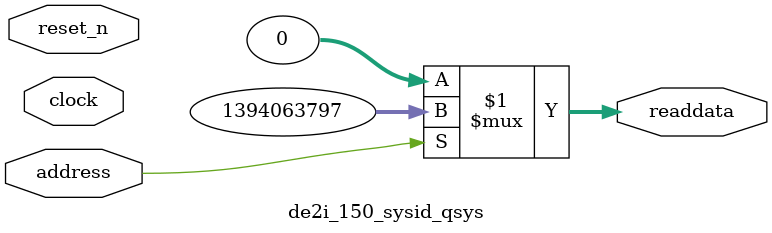
<source format=v>

`timescale 1ns / 1ps
// synthesis translate_on

// turn off superfluous verilog processor warnings 
// altera message_level Level1 
// altera message_off 10034 10035 10036 10037 10230 10240 10030 

module de2i_150_sysid_qsys (
               // inputs:
                address,
                clock,
                reset_n,

               // outputs:
                readdata
             )
;

  output  [ 31: 0] readdata;
  input            address;
  input            clock;
  input            reset_n;

  wire    [ 31: 0] readdata;
  //control_slave, which is an e_avalon_slave
  assign readdata = address ? 1394063797 : 0;

endmodule




</source>
